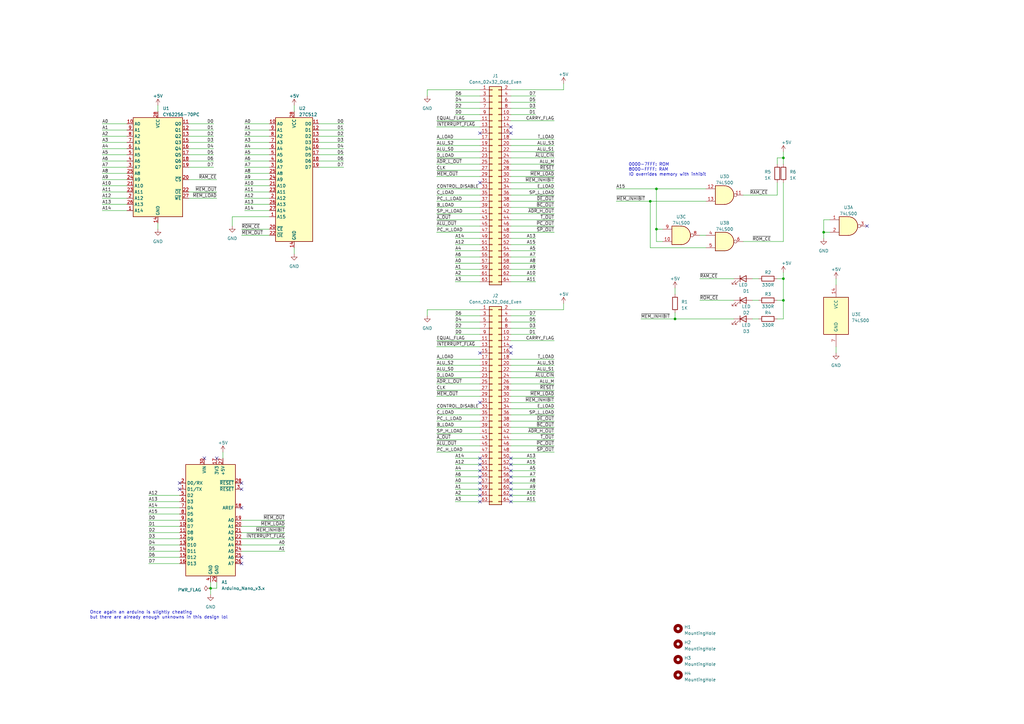
<source format=kicad_sch>
(kicad_sch (version 20230121) (generator eeschema)
  (paper "A3")
  (lib_symbols
    (symbol "74xx:74LS00" (pin_names (offset 1.016))
      (property "Reference" "U" (at 0 1.27 0))
      (property "Value" "74LS00" (at 0 -1.27 0))
      (symbol "74LS00_1_1"
        (pin input line (at -7.62 2.54 0) (length 3.81) (name "~") (number "1"))
        (pin input line (at -7.62 -2.54 0) (length 3.81) (name "~") (number "2"))
        (pin output inverted (at 7.62 0 180) (length 3.81) (name "~") (number "3"))
      )
      (symbol "74LS00_1_2"
        (pin input inverted (at -7.62 2.54 0) (length 4.318) (name "~") (number "1"))
        (pin input inverted (at -7.62 -2.54 0) (length 4.318) (name "~") (number "2"))
        (pin output line (at 7.62 0 180) (length 3.81) (name "~") (number "3"))
      )
      (symbol "74LS00_2_1"
        (pin input line (at -7.62 2.54 0) (length 3.81) (name "~") (number "4"))
        (pin input line (at -7.62 -2.54 0) (length 3.81) (name "~") (number "5"))
        (pin output inverted (at 7.62 0 180) (length 3.81) (name "~") (number "6"))
      )
      (symbol "74LS00_2_2"
        (pin input inverted (at -7.62 2.54 0) (length 4.318) (name "~") (number "4"))
        (pin input inverted (at -7.62 -2.54 0) (length 4.318) (name "~") (number "5"))
        (pin output line (at 7.62 0 180) (length 3.81) (name "~") (number "6"))
      )
      (symbol "74LS00_3_1"
        (pin input line (at -7.62 -2.54 0) (length 3.81) (name "~") (number "10"))
        (pin output inverted (at 7.62 0 180) (length 3.81) (name "~") (number "8"))
        (pin input line (at -7.62 2.54 0) (length 3.81) (name "~") (number "9"))
      )
      (symbol "74LS00_3_2"
        (pin input inverted (at -7.62 -2.54 0) (length 4.318) (name "~") (number "10"))
        (pin output line (at 7.62 0 180) (length 3.81) (name "~") (number "8"))
        (pin input inverted (at -7.62 2.54 0) (length 4.318) (name "~") (number "9"))
      )
      (symbol "74LS00_4_1"
        (pin output inverted (at 7.62 0 180) (length 3.81) (name "~") (number "11"))
        (pin input line (at -7.62 2.54 0) (length 3.81) (name "~") (number "12"))
        (pin input line (at -7.62 -2.54 0) (length 3.81) (name "~") (number "13"))
      )
      (symbol "74LS00_4_2"
        (pin output line (at 7.62 0 180) (length 3.81) (name "~") (number "11"))
        (pin input inverted (at -7.62 2.54 0) (length 4.318) (name "~") (number "12"))
        (pin input inverted (at -7.62 -2.54 0) (length 4.318) (name "~") (number "13"))
      )
      (symbol "74LS00_5_0"
        (pin power_in line (at 0 12.7 270) (length 5.08) (name "VCC") (number "14"))
        (pin power_in line (at 0 -12.7 90) (length 5.08) (name "GND") (number "7"))
      )
    )
    (symbol "Connector_Generic:Conn_02x32_Odd_Even" (pin_names (offset 1.016) hide)
      (property "Reference" "J" (at 1.27 40.64 0))
      (property "Value" "Conn_02x32_Odd_Even" (at 1.27 -43.18 0))
      (symbol "Conn_02x32_Odd_Even_1_1"
        (pin passive line (at -5.08 38.1 0) (length 3.81) (name "Pin_1") (number "1"))
        (pin passive line (at 7.62 27.94 180) (length 3.81) (name "Pin_10") (number "10"))
        (pin passive line (at -5.08 25.4 0) (length 3.81) (name "Pin_11") (number "11"))
        (pin passive line (at 7.62 25.4 180) (length 3.81) (name "Pin_12") (number "12"))
        (pin passive line (at -5.08 22.86 0) (length 3.81) (name "Pin_13") (number "13"))
        (pin passive line (at 7.62 22.86 180) (length 3.81) (name "Pin_14") (number "14"))
        (pin passive line (at -5.08 20.32 0) (length 3.81) (name "Pin_15") (number "15"))
        (pin passive line (at 7.62 20.32 180) (length 3.81) (name "Pin_16") (number "16"))
        (pin passive line (at -5.08 17.78 0) (length 3.81) (name "Pin_17") (number "17"))
        (pin passive line (at 7.62 17.78 180) (length 3.81) (name "Pin_18") (number "18"))
        (pin passive line (at -5.08 15.24 0) (length 3.81) (name "Pin_19") (number "19"))
        (pin passive line (at 7.62 38.1 180) (length 3.81) (name "Pin_2") (number "2"))
        (pin passive line (at 7.62 15.24 180) (length 3.81) (name "Pin_20") (number "20"))
        (pin passive line (at -5.08 12.7 0) (length 3.81) (name "Pin_21") (number "21"))
        (pin passive line (at 7.62 12.7 180) (length 3.81) (name "Pin_22") (number "22"))
        (pin passive line (at -5.08 10.16 0) (length 3.81) (name "Pin_23") (number "23"))
        (pin passive line (at 7.62 10.16 180) (length 3.81) (name "Pin_24") (number "24"))
        (pin passive line (at -5.08 7.62 0) (length 3.81) (name "Pin_25") (number "25"))
        (pin passive line (at 7.62 7.62 180) (length 3.81) (name "Pin_26") (number "26"))
        (pin passive line (at -5.08 5.08 0) (length 3.81) (name "Pin_27") (number "27"))
        (pin passive line (at 7.62 5.08 180) (length 3.81) (name "Pin_28") (number "28"))
        (pin passive line (at -5.08 2.54 0) (length 3.81) (name "Pin_29") (number "29"))
        (pin passive line (at -5.08 35.56 0) (length 3.81) (name "Pin_3") (number "3"))
        (pin passive line (at 7.62 2.54 180) (length 3.81) (name "Pin_30") (number "30"))
        (pin passive line (at -5.08 0 0) (length 3.81) (name "Pin_31") (number "31"))
        (pin passive line (at 7.62 0 180) (length 3.81) (name "Pin_32") (number "32"))
        (pin passive line (at -5.08 -2.54 0) (length 3.81) (name "Pin_33") (number "33"))
        (pin passive line (at 7.62 -2.54 180) (length 3.81) (name "Pin_34") (number "34"))
        (pin passive line (at -5.08 -5.08 0) (length 3.81) (name "Pin_35") (number "35"))
        (pin passive line (at 7.62 -5.08 180) (length 3.81) (name "Pin_36") (number "36"))
        (pin passive line (at -5.08 -7.62 0) (length 3.81) (name "Pin_37") (number "37"))
        (pin passive line (at 7.62 -7.62 180) (length 3.81) (name "Pin_38") (number "38"))
        (pin passive line (at -5.08 -10.16 0) (length 3.81) (name "Pin_39") (number "39"))
        (pin passive line (at 7.62 35.56 180) (length 3.81) (name "Pin_4") (number "4"))
        (pin passive line (at 7.62 -10.16 180) (length 3.81) (name "Pin_40") (number "40"))
        (pin passive line (at -5.08 -12.7 0) (length 3.81) (name "Pin_41") (number "41"))
        (pin passive line (at 7.62 -12.7 180) (length 3.81) (name "Pin_42") (number "42"))
        (pin passive line (at -5.08 -15.24 0) (length 3.81) (name "Pin_43") (number "43"))
        (pin passive line (at 7.62 -15.24 180) (length 3.81) (name "Pin_44") (number "44"))
        (pin passive line (at -5.08 -17.78 0) (length 3.81) (name "Pin_45") (number "45"))
        (pin passive line (at 7.62 -17.78 180) (length 3.81) (name "Pin_46") (number "46"))
        (pin passive line (at -5.08 -20.32 0) (length 3.81) (name "Pin_47") (number "47"))
        (pin passive line (at 7.62 -20.32 180) (length 3.81) (name "Pin_48") (number "48"))
        (pin passive line (at -5.08 -22.86 0) (length 3.81) (name "Pin_49") (number "49"))
        (pin passive line (at -5.08 33.02 0) (length 3.81) (name "Pin_5") (number "5"))
        (pin passive line (at 7.62 -22.86 180) (length 3.81) (name "Pin_50") (number "50"))
        (pin passive line (at -5.08 -25.4 0) (length 3.81) (name "Pin_51") (number "51"))
        (pin passive line (at 7.62 -25.4 180) (length 3.81) (name "Pin_52") (number "52"))
        (pin passive line (at -5.08 -27.94 0) (length 3.81) (name "Pin_53") (number "53"))
        (pin passive line (at 7.62 -27.94 180) (length 3.81) (name "Pin_54") (number "54"))
        (pin passive line (at -5.08 -30.48 0) (length 3.81) (name "Pin_55") (number "55"))
        (pin passive line (at 7.62 -30.48 180) (length 3.81) (name "Pin_56") (number "56"))
        (pin passive line (at -5.08 -33.02 0) (length 3.81) (name "Pin_57") (number "57"))
        (pin passive line (at 7.62 -33.02 180) (length 3.81) (name "Pin_58") (number "58"))
        (pin passive line (at -5.08 -35.56 0) (length 3.81) (name "Pin_59") (number "59"))
        (pin passive line (at 7.62 33.02 180) (length 3.81) (name "Pin_6") (number "6"))
        (pin passive line (at 7.62 -35.56 180) (length 3.81) (name "Pin_60") (number "60"))
        (pin passive line (at -5.08 -38.1 0) (length 3.81) (name "Pin_61") (number "61"))
        (pin passive line (at 7.62 -38.1 180) (length 3.81) (name "Pin_62") (number "62"))
        (pin passive line (at -5.08 -40.64 0) (length 3.81) (name "Pin_63") (number "63"))
        (pin passive line (at 7.62 -40.64 180) (length 3.81) (name "Pin_64") (number "64"))
        (pin passive line (at -5.08 30.48 0) (length 3.81) (name "Pin_7") (number "7"))
        (pin passive line (at 7.62 30.48 180) (length 3.81) (name "Pin_8") (number "8"))
        (pin passive line (at -5.08 27.94 0) (length 3.81) (name "Pin_9") (number "9"))
      )
    )
    (symbol "Device:LED" (pin_numbers hide) (pin_names (offset 1.016) hide)
      (property "Reference" "D" (at 0 2.54 0))
      (property "Value" "LED" (at 0 -2.54 0))
      (symbol "LED_1_1"
        (pin passive line (at -3.81 0 0) (length 2.54) (name "K") (number "1"))
        (pin passive line (at 3.81 0 180) (length 2.54) (name "A") (number "2"))
      )
    )
    (symbol "Device:R" (pin_numbers hide) (pin_names (offset 0))
      (property "Reference" "R" (at 2.032 0 90))
      (property "Value" "R" (at 0 0 90))
      (symbol "R_1_1"
        (pin passive line (at 0 3.81 270) (length 1.27) (name "~") (number "1"))
        (pin passive line (at 0 -3.81 90) (length 1.27) (name "~") (number "2"))
      )
    )
    (symbol "MCU_Module:Arduino_Nano_v3.x"
      (property "Reference" "A" (at -10.16 23.495 0))
      (property "Value" "Arduino_Nano_v3.x" (at 5.08 -24.13 0))
      (symbol "Arduino_Nano_v3.x_1_1"
        (pin bidirectional line (at -12.7 12.7 0) (length 2.54) (name "D1/TX") (number "1"))
        (pin bidirectional line (at -12.7 -2.54 0) (length 2.54) (name "D7") (number "10"))
        (pin bidirectional line (at -12.7 -5.08 0) (length 2.54) (name "D8") (number "11"))
        (pin bidirectional line (at -12.7 -7.62 0) (length 2.54) (name "D9") (number "12"))
        (pin bidirectional line (at -12.7 -10.16 0) (length 2.54) (name "D10") (number "13"))
        (pin bidirectional line (at -12.7 -12.7 0) (length 2.54) (name "D11") (number "14"))
        (pin bidirectional line (at -12.7 -15.24 0) (length 2.54) (name "D12") (number "15"))
        (pin bidirectional line (at -12.7 -17.78 0) (length 2.54) (name "D13") (number "16"))
        (pin power_out line (at 2.54 25.4 270) (length 2.54) (name "3V3") (number "17"))
        (pin input line (at 12.7 5.08 180) (length 2.54) (name "AREF") (number "18"))
        (pin bidirectional line (at 12.7 0 180) (length 2.54) (name "A0") (number "19"))
        (pin bidirectional line (at -12.7 15.24 0) (length 2.54) (name "D0/RX") (number "2"))
        (pin bidirectional line (at 12.7 -2.54 180) (length 2.54) (name "A1") (number "20"))
        (pin bidirectional line (at 12.7 -5.08 180) (length 2.54) (name "A2") (number "21"))
        (pin bidirectional line (at 12.7 -7.62 180) (length 2.54) (name "A3") (number "22"))
        (pin bidirectional line (at 12.7 -10.16 180) (length 2.54) (name "A4") (number "23"))
        (pin bidirectional line (at 12.7 -12.7 180) (length 2.54) (name "A5") (number "24"))
        (pin bidirectional line (at 12.7 -15.24 180) (length 2.54) (name "A6") (number "25"))
        (pin bidirectional line (at 12.7 -17.78 180) (length 2.54) (name "A7") (number "26"))
        (pin power_out line (at 5.08 25.4 270) (length 2.54) (name "+5V") (number "27"))
        (pin input line (at 12.7 15.24 180) (length 2.54) (name "~{RESET}") (number "28"))
        (pin power_in line (at 2.54 -25.4 90) (length 2.54) (name "GND") (number "29"))
        (pin input line (at 12.7 12.7 180) (length 2.54) (name "~{RESET}") (number "3"))
        (pin power_in line (at -2.54 25.4 270) (length 2.54) (name "VIN") (number "30"))
        (pin power_in line (at 0 -25.4 90) (length 2.54) (name "GND") (number "4"))
        (pin bidirectional line (at -12.7 10.16 0) (length 2.54) (name "D2") (number "5"))
        (pin bidirectional line (at -12.7 7.62 0) (length 2.54) (name "D3") (number "6"))
        (pin bidirectional line (at -12.7 5.08 0) (length 2.54) (name "D4") (number "7"))
        (pin bidirectional line (at -12.7 2.54 0) (length 2.54) (name "D5") (number "8"))
        (pin bidirectional line (at -12.7 0 0) (length 2.54) (name "D6") (number "9"))
      )
    )
    (symbol "Mechanical:MountingHole" (pin_names (offset 1.016))
      (property "Reference" "H" (at 0 5.08 0))
      (property "Value" "MountingHole" (at 0 3.175 0))
    )
    (symbol "Memory_EPROM:27C512"
      (property "Reference" "U" (at -7.62 26.67 0))
      (property "Value" "27C512" (at 2.54 -26.67 0))
      (symbol "27C512_1_1"
        (pin input line (at -10.16 -15.24 0) (length 2.54) (name "A15") (number "1"))
        (pin input line (at -10.16 22.86 0) (length 2.54) (name "A0") (number "10"))
        (pin tri_state line (at 10.16 22.86 180) (length 2.54) (name "D0") (number "11"))
        (pin tri_state line (at 10.16 20.32 180) (length 2.54) (name "D1") (number "12"))
        (pin tri_state line (at 10.16 17.78 180) (length 2.54) (name "D2") (number "13"))
        (pin power_in line (at 0 -27.94 90) (length 2.54) (name "GND") (number "14"))
        (pin tri_state line (at 10.16 15.24 180) (length 2.54) (name "D3") (number "15"))
        (pin tri_state line (at 10.16 12.7 180) (length 2.54) (name "D4") (number "16"))
        (pin tri_state line (at 10.16 10.16 180) (length 2.54) (name "D5") (number "17"))
        (pin tri_state line (at 10.16 7.62 180) (length 2.54) (name "D6") (number "18"))
        (pin tri_state line (at 10.16 5.08 180) (length 2.54) (name "D7") (number "19"))
        (pin input line (at -10.16 -7.62 0) (length 2.54) (name "A12") (number "2"))
        (pin input line (at -10.16 -20.32 0) (length 2.54) (name "~{CE}") (number "20"))
        (pin input line (at -10.16 -2.54 0) (length 2.54) (name "A10") (number "21"))
        (pin input line (at -10.16 -22.86 0) (length 2.54) (name "~{OE}") (number "22"))
        (pin input line (at -10.16 -5.08 0) (length 2.54) (name "A11") (number "23"))
        (pin input line (at -10.16 0 0) (length 2.54) (name "A9") (number "24"))
        (pin input line (at -10.16 2.54 0) (length 2.54) (name "A8") (number "25"))
        (pin input line (at -10.16 -10.16 0) (length 2.54) (name "A13") (number "26"))
        (pin input line (at -10.16 -12.7 0) (length 2.54) (name "A14") (number "27"))
        (pin power_in line (at 0 27.94 270) (length 2.54) (name "VCC") (number "28"))
        (pin input line (at -10.16 5.08 0) (length 2.54) (name "A7") (number "3"))
        (pin input line (at -10.16 7.62 0) (length 2.54) (name "A6") (number "4"))
        (pin input line (at -10.16 10.16 0) (length 2.54) (name "A5") (number "5"))
        (pin input line (at -10.16 12.7 0) (length 2.54) (name "A4") (number "6"))
        (pin input line (at -10.16 15.24 0) (length 2.54) (name "A3") (number "7"))
        (pin input line (at -10.16 17.78 0) (length 2.54) (name "A2") (number "8"))
        (pin input line (at -10.16 20.32 0) (length 2.54) (name "A1") (number "9"))
      )
    )
    (symbol "Memory_RAM:CY62256-70PC"
      (property "Reference" "U" (at -10.16 20.955 0))
      (property "Value" "CY62256-70PC" (at 2.54 20.955 0))
      (symbol "CY62256-70PC_0_0"
        (pin power_in line (at 0 -22.86 90) (length 2.54) (name "GND") (number "14"))
        (pin power_in line (at 0 22.86 270) (length 2.54) (name "VCC") (number "28"))
      )
      (symbol "CY62256-70PC_1_1"
        (pin input line (at -12.7 -17.78 0) (length 2.54) (name "A14") (number "1"))
        (pin input line (at -12.7 17.78 0) (length 2.54) (name "A0") (number "10"))
        (pin tri_state line (at 12.7 17.78 180) (length 2.54) (name "Q0") (number "11"))
        (pin tri_state line (at 12.7 15.24 180) (length 2.54) (name "Q1") (number "12"))
        (pin tri_state line (at 12.7 12.7 180) (length 2.54) (name "Q2") (number "13"))
        (pin tri_state line (at 12.7 10.16 180) (length 2.54) (name "Q3") (number "15"))
        (pin tri_state line (at 12.7 7.62 180) (length 2.54) (name "Q4") (number "16"))
        (pin tri_state line (at 12.7 5.08 180) (length 2.54) (name "Q5") (number "17"))
        (pin tri_state line (at 12.7 2.54 180) (length 2.54) (name "Q6") (number "18"))
        (pin tri_state line (at 12.7 0 180) (length 2.54) (name "Q7") (number "19"))
        (pin input line (at -12.7 -12.7 0) (length 2.54) (name "A12") (number "2"))
        (pin input line (at 12.7 -5.08 180) (length 2.54) (name "~{CS}") (number "20"))
        (pin input line (at -12.7 -7.62 0) (length 2.54) (name "A10") (number "21"))
        (pin input line (at 12.7 -10.16 180) (length 2.54) (name "~{OE}") (number "22"))
        (pin input line (at -12.7 -10.16 0) (length 2.54) (name "A11") (number "23"))
        (pin input line (at -12.7 -5.08 0) (length 2.54) (name "A9") (number "24"))
        (pin input line (at -12.7 -2.54 0) (length 2.54) (name "A8") (number "25"))
        (pin input line (at -12.7 -15.24 0) (length 2.54) (name "A13") (number "26"))
        (pin input line (at 12.7 -12.7 180) (length 2.54) (name "~{WE}") (number "27"))
        (pin input line (at -12.7 0 0) (length 2.54) (name "A7") (number "3"))
        (pin input line (at -12.7 2.54 0) (length 2.54) (name "A6") (number "4"))
        (pin input line (at -12.7 5.08 0) (length 2.54) (name "A5") (number "5"))
        (pin input line (at -12.7 7.62 0) (length 2.54) (name "A4") (number "6"))
        (pin input line (at -12.7 10.16 0) (length 2.54) (name "A3") (number "7"))
        (pin input line (at -12.7 12.7 0) (length 2.54) (name "A2") (number "8"))
        (pin input line (at -12.7 15.24 0) (length 2.54) (name "A1") (number "9"))
      )
    )
    (symbol "power:+5V" (power) (pin_names (offset 0))
      (property "Value" "+5V" (at 0 3.556 0))
      (symbol "+5V_1_1"
        (pin power_in line (at 0 0 90) (length 0) hide (name "+5V") (number "1"))
      )
    )
    (symbol "power:GND" (power) (pin_names (offset 0))
      (property "Value" "GND" (at 0 -3.81 0))
      (symbol "GND_1_1"
        (pin power_in line (at 0 0 270) (length 0) hide (name "GND") (number "1"))
      )
    )
    (symbol "power:PWR_FLAG" (power) (pin_numbers hide) (pin_names (offset 0) hide)
      (property "Value" "PWR_FLAG" (at 0 3.81 0))
      (symbol "PWR_FLAG_0_0"
        (pin power_out line (at 0 0 90) (length 0) (name "pwr") (number "1"))
      )
    )
  )
  (junction (at 321.31 64.77))
  (junction (at 276.86 130.81))
  (junction (at 269.24 93.98))
  (junction (at 321.31 123.19))
  (junction (at 269.24 77.47))
  (junction (at 266.7 82.55))
  (junction (at 337.82 95.25))
  (junction (at 321.31 114.3))
  (junction (at 86.36 241.3))
  (no_connect (at 196.85 203.2))
  (no_connect (at 196.85 200.66))
  (no_connect (at 196.85 144.78))
  (no_connect (at 88.9 187.96))
  (no_connect (at 209.55 205.74))
  (no_connect (at 99.06 200.66))
  (no_connect (at 209.55 200.66))
  (no_connect (at 209.55 203.2))
  (no_connect (at 99.06 228.6))
  (no_connect (at 73.66 198.12))
  (no_connect (at 99.06 231.14))
  (no_connect (at 209.55 193.04))
  (no_connect (at 99.06 208.28))
  (no_connect (at 209.55 198.12))
  (no_connect (at 196.85 198.12))
  (no_connect (at 196.85 187.96))
  (no_connect (at 99.06 198.12))
  (no_connect (at 209.55 54.61))
  (no_connect (at 196.85 54.61))
  (no_connect (at 83.82 187.96))
  (no_connect (at 209.55 52.07))
  (no_connect (at 196.85 190.5))
  (no_connect (at 209.55 190.5))
  (no_connect (at 196.85 193.04))
  (no_connect (at 355.6 92.71))
  (no_connect (at 209.55 187.96))
  (no_connect (at 209.55 142.24))
  (no_connect (at 196.85 195.58))
  (no_connect (at 196.85 74.93))
  (no_connect (at 209.55 195.58))
  (no_connect (at 196.85 205.74))
  (no_connect (at 73.66 200.66))
  (no_connect (at 209.55 144.78))
  (no_connect (at 196.85 165.1))
  (wire (pts (xy 209.55 80.01) (xy 227.33 80.01)))
  (wire (pts (xy 287.02 96.52) (xy 289.56 96.52)))
  (wire (pts (xy 209.55 95.25) (xy 227.33 95.25)))
  (wire (pts (xy 209.55 59.69) (xy 227.33 59.69)))
  (wire (pts (xy 77.47 50.8) (xy 87.63 50.8)))
  (wire (pts (xy 41.91 55.88) (xy 52.07 55.88)))
  (wire (pts (xy 209.55 49.53) (xy 227.33 49.53)))
  (wire (pts (xy 196.85 110.49) (xy 186.69 110.49)))
  (wire (pts (xy 252.73 77.47) (xy 269.24 77.47)))
  (wire (pts (xy 186.69 198.12) (xy 196.85 198.12)))
  (wire (pts (xy 209.55 162.56) (xy 227.33 162.56)))
  (wire (pts (xy 179.07 80.01) (xy 196.85 80.01)))
  (wire (pts (xy 304.8 80.01) (xy 318.77 80.01)))
  (wire (pts (xy 179.07 157.48) (xy 196.85 157.48)))
  (wire (pts (xy 41.91 76.2) (xy 52.07 76.2)))
  (wire (pts (xy 209.55 102.87) (xy 219.71 102.87)))
  (wire (pts (xy 209.55 185.42) (xy 227.33 185.42)))
  (wire (pts (xy 196.85 137.16) (xy 186.69 137.16)))
  (wire (pts (xy 209.55 193.04) (xy 219.71 193.04)))
  (wire (pts (xy 73.66 205.74) (xy 60.96 205.74)))
  (wire (pts (xy 209.55 62.23) (xy 227.33 62.23)))
  (wire (pts (xy 73.66 228.6) (xy 60.96 228.6)))
  (wire (pts (xy 100.33 68.58) (xy 110.49 68.58)))
  (wire (pts (xy 209.55 182.88) (xy 227.33 182.88)))
  (wire (pts (xy 130.81 68.58) (xy 140.97 68.58)))
  (wire (pts (xy 271.78 99.06) (xy 269.24 99.06)))
  (wire (pts (xy 179.07 64.77) (xy 196.85 64.77)))
  (wire (pts (xy 179.07 69.85) (xy 196.85 69.85)))
  (wire (pts (xy 77.47 58.42) (xy 87.63 58.42)))
  (wire (pts (xy 116.84 215.9) (xy 99.06 215.9)))
  (wire (pts (xy 209.55 67.31) (xy 227.33 67.31)))
  (wire (pts (xy 77.47 73.66) (xy 88.9 73.66)))
  (wire (pts (xy 196.85 44.45) (xy 186.69 44.45)))
  (wire (pts (xy 100.33 78.74) (xy 110.49 78.74)))
  (wire (pts (xy 179.07 85.09) (xy 196.85 85.09)))
  (wire (pts (xy 196.85 46.99) (xy 186.69 46.99)))
  (wire (pts (xy 99.06 96.52) (xy 110.49 96.52)))
  (wire (pts (xy 130.81 55.88) (xy 140.97 55.88)))
  (wire (pts (xy 318.77 74.93) (xy 318.77 80.01)))
  (wire (pts (xy 219.71 41.91) (xy 209.55 41.91)))
  (wire (pts (xy 209.55 147.32) (xy 227.33 147.32)))
  (wire (pts (xy 209.55 152.4) (xy 227.33 152.4)))
  (wire (pts (xy 276.86 130.81) (xy 276.86 128.27)))
  (wire (pts (xy 73.66 218.44) (xy 60.96 218.44)))
  (wire (pts (xy 342.9 114.3) (xy 342.9 116.84)))
  (wire (pts (xy 321.31 111.76) (xy 321.31 114.3)))
  (wire (pts (xy 179.07 57.15) (xy 196.85 57.15)))
  (wire (pts (xy 209.55 97.79) (xy 219.71 97.79)))
  (wire (pts (xy 262.89 130.81) (xy 276.86 130.81)))
  (wire (pts (xy 287.02 123.19) (xy 300.99 123.19)))
  (wire (pts (xy 60.96 231.14) (xy 73.66 231.14)))
  (wire (pts (xy 209.55 113.03) (xy 219.71 113.03)))
  (wire (pts (xy 52.07 53.34) (xy 41.91 53.34)))
  (wire (pts (xy 175.26 127) (xy 196.85 127)))
  (wire (pts (xy 41.91 50.8) (xy 52.07 50.8)))
  (wire (pts (xy 100.33 60.96) (xy 110.49 60.96)))
  (wire (pts (xy 227.33 90.17) (xy 209.55 90.17)))
  (wire (pts (xy 100.33 73.66) (xy 110.49 73.66)))
  (wire (pts (xy 99.06 93.98) (xy 110.49 93.98)))
  (wire (pts (xy 179.07 185.42) (xy 196.85 185.42)))
  (wire (pts (xy 321.31 64.77) (xy 321.31 67.31)))
  (wire (pts (xy 64.77 43.18) (xy 64.77 45.72)))
  (wire (pts (xy 209.55 170.18) (xy 227.33 170.18)))
  (wire (pts (xy 318.77 64.77) (xy 318.77 67.31)))
  (wire (pts (xy 209.55 154.94) (xy 227.33 154.94)))
  (wire (pts (xy 77.47 68.58) (xy 87.63 68.58)))
  (wire (pts (xy 209.55 172.72) (xy 227.33 172.72)))
  (wire (pts (xy 266.7 82.55) (xy 266.7 101.6)))
  (wire (pts (xy 130.81 53.34) (xy 140.97 53.34)))
  (wire (pts (xy 86.36 241.3) (xy 86.36 243.84)))
  (wire (pts (xy 186.69 187.96) (xy 196.85 187.96)))
  (wire (pts (xy 99.06 223.52) (xy 116.84 223.52)))
  (wire (pts (xy 110.49 53.34) (xy 100.33 53.34)))
  (wire (pts (xy 186.69 113.03) (xy 196.85 113.03)))
  (wire (pts (xy 231.14 34.29) (xy 231.14 36.83)))
  (wire (pts (xy 269.24 93.98) (xy 271.78 93.98)))
  (wire (pts (xy 321.31 74.93) (xy 321.31 99.06)))
  (wire (pts (xy 321.31 123.19) (xy 321.31 130.81)))
  (wire (pts (xy 179.07 59.69) (xy 196.85 59.69)))
  (wire (pts (xy 60.96 226.06) (xy 73.66 226.06)))
  (wire (pts (xy 100.33 81.28) (xy 110.49 81.28)))
  (wire (pts (xy 60.96 203.2) (xy 73.66 203.2)))
  (wire (pts (xy 196.85 115.57) (xy 186.69 115.57)))
  (wire (pts (xy 209.55 177.8) (xy 227.33 177.8)))
  (wire (pts (xy 209.55 82.55) (xy 227.33 82.55)))
  (wire (pts (xy 179.07 175.26) (xy 196.85 175.26)))
  (wire (pts (xy 196.85 132.08) (xy 186.69 132.08)))
  (wire (pts (xy 41.91 68.58) (xy 52.07 68.58)))
  (wire (pts (xy 77.47 63.5) (xy 87.63 63.5)))
  (wire (pts (xy 99.06 226.06) (xy 116.84 226.06)))
  (wire (pts (xy 209.55 165.1) (xy 227.33 165.1)))
  (wire (pts (xy 91.44 185.42) (xy 91.44 187.96)))
  (wire (pts (xy 186.69 107.95) (xy 196.85 107.95)))
  (wire (pts (xy 41.91 86.36) (xy 52.07 86.36)))
  (wire (pts (xy 77.47 66.04) (xy 87.63 66.04)))
  (wire (pts (xy 60.96 220.98) (xy 73.66 220.98)))
  (wire (pts (xy 60.96 215.9) (xy 73.66 215.9)))
  (wire (pts (xy 209.55 77.47) (xy 227.33 77.47)))
  (wire (pts (xy 196.85 200.66) (xy 186.69 200.66)))
  (wire (pts (xy 276.86 130.81) (xy 300.99 130.81)))
  (wire (pts (xy 321.31 64.77) (xy 318.77 64.77)))
  (wire (pts (xy 73.66 223.52) (xy 60.96 223.52)))
  (wire (pts (xy 269.24 77.47) (xy 289.56 77.47)))
  (wire (pts (xy 179.07 177.8) (xy 196.85 177.8)))
  (wire (pts (xy 100.33 63.5) (xy 110.49 63.5)))
  (wire (pts (xy 179.07 95.25) (xy 196.85 95.25)))
  (wire (pts (xy 179.07 180.34) (xy 196.85 180.34)))
  (wire (pts (xy 252.73 82.55) (xy 266.7 82.55)))
  (wire (pts (xy 95.25 88.9) (xy 110.49 88.9)))
  (wire (pts (xy 116.84 213.36) (xy 99.06 213.36)))
  (wire (pts (xy 266.7 82.55) (xy 289.56 82.55)))
  (wire (pts (xy 73.66 213.36) (xy 60.96 213.36)))
  (wire (pts (xy 209.55 92.71) (xy 227.33 92.71)))
  (wire (pts (xy 209.55 85.09) (xy 227.33 85.09)))
  (wire (pts (xy 337.82 95.25) (xy 340.36 95.25)))
  (wire (pts (xy 179.07 142.24) (xy 196.85 142.24)))
  (wire (pts (xy 130.81 50.8) (xy 140.97 50.8)))
  (wire (pts (xy 186.69 97.79) (xy 196.85 97.79)))
  (wire (pts (xy 219.71 44.45) (xy 209.55 44.45)))
  (wire (pts (xy 41.91 63.5) (xy 52.07 63.5)))
  (wire (pts (xy 219.71 132.08) (xy 209.55 132.08)))
  (wire (pts (xy 179.07 172.72) (xy 196.85 172.72)))
  (wire (pts (xy 179.07 62.23) (xy 196.85 62.23)))
  (wire (pts (xy 342.9 142.24) (xy 342.9 144.78)))
  (wire (pts (xy 179.07 87.63) (xy 196.85 87.63)))
  (wire (pts (xy 308.61 123.19) (xy 311.15 123.19)))
  (wire (pts (xy 186.69 203.2) (xy 196.85 203.2)))
  (wire (pts (xy 179.07 160.02) (xy 196.85 160.02)))
  (wire (pts (xy 120.65 43.18) (xy 120.65 45.72)))
  (wire (pts (xy 179.07 170.18) (xy 196.85 170.18)))
  (wire (pts (xy 337.82 90.17) (xy 337.82 95.25)))
  (wire (pts (xy 227.33 180.34) (xy 209.55 180.34)))
  (wire (pts (xy 179.07 90.17) (xy 196.85 90.17)))
  (wire (pts (xy 179.07 154.94) (xy 196.85 154.94)))
  (wire (pts (xy 77.47 60.96) (xy 87.63 60.96)))
  (wire (pts (xy 340.36 90.17) (xy 337.82 90.17)))
  (wire (pts (xy 196.85 41.91) (xy 186.69 41.91)))
  (wire (pts (xy 196.85 167.64) (xy 179.07 167.64)))
  (wire (pts (xy 77.47 55.88) (xy 87.63 55.88)))
  (wire (pts (xy 130.81 58.42) (xy 140.97 58.42)))
  (wire (pts (xy 175.26 36.83) (xy 196.85 36.83)))
  (wire (pts (xy 100.33 66.04) (xy 110.49 66.04)))
  (wire (pts (xy 321.31 114.3) (xy 318.77 114.3)))
  (wire (pts (xy 337.82 95.25) (xy 337.82 97.79)))
  (wire (pts (xy 196.85 39.37) (xy 186.69 39.37)))
  (wire (pts (xy 219.71 129.54) (xy 209.55 129.54)))
  (wire (pts (xy 209.55 157.48) (xy 227.33 157.48)))
  (wire (pts (xy 179.07 149.86) (xy 196.85 149.86)))
  (wire (pts (xy 120.65 101.6) (xy 120.65 104.14)))
  (wire (pts (xy 41.91 60.96) (xy 52.07 60.96)))
  (wire (pts (xy 219.71 39.37) (xy 209.55 39.37)))
  (wire (pts (xy 209.55 105.41) (xy 219.71 105.41)))
  (wire (pts (xy 110.49 58.42) (xy 100.33 58.42)))
  (wire (pts (xy 179.07 49.53) (xy 196.85 49.53)))
  (wire (pts (xy 209.55 69.85) (xy 227.33 69.85)))
  (wire (pts (xy 321.31 114.3) (xy 321.31 123.19)))
  (wire (pts (xy 95.25 88.9) (xy 95.25 92.71)))
  (wire (pts (xy 179.07 139.7) (xy 196.85 139.7)))
  (wire (pts (xy 100.33 76.2) (xy 110.49 76.2)))
  (wire (pts (xy 41.91 66.04) (xy 52.07 66.04)))
  (wire (pts (xy 209.55 195.58) (xy 219.71 195.58)))
  (wire (pts (xy 219.71 134.62) (xy 209.55 134.62)))
  (wire (pts (xy 209.55 175.26) (xy 227.33 175.26)))
  (wire (pts (xy 52.07 58.42) (xy 41.91 58.42)))
  (wire (pts (xy 209.55 57.15) (xy 227.33 57.15)))
  (wire (pts (xy 209.55 107.95) (xy 219.71 107.95)))
  (wire (pts (xy 41.91 78.74) (xy 52.07 78.74)))
  (wire (pts (xy 99.06 218.44) (xy 116.84 218.44)))
  (wire (pts (xy 100.33 55.88) (xy 110.49 55.88)))
  (wire (pts (xy 209.55 139.7) (xy 227.33 139.7)))
  (wire (pts (xy 209.55 200.66) (xy 219.71 200.66)))
  (wire (pts (xy 179.07 72.39) (xy 196.85 72.39)))
  (wire (pts (xy 209.55 87.63) (xy 227.33 87.63)))
  (wire (pts (xy 41.91 81.28) (xy 52.07 81.28)))
  (wire (pts (xy 179.07 152.4) (xy 196.85 152.4)))
  (wire (pts (xy 209.55 167.64) (xy 227.33 167.64)))
  (wire (pts (xy 179.07 82.55) (xy 196.85 82.55)))
  (wire (pts (xy 179.07 92.71) (xy 196.85 92.71)))
  (wire (pts (xy 269.24 99.06) (xy 269.24 93.98)))
  (wire (pts (xy 209.55 205.74) (xy 219.71 205.74)))
  (wire (pts (xy 179.07 52.07) (xy 196.85 52.07)))
  (wire (pts (xy 321.31 130.81) (xy 318.77 130.81)))
  (wire (pts (xy 186.69 195.58) (xy 196.85 195.58)))
  (wire (pts (xy 64.77 91.44) (xy 64.77 93.98)))
  (wire (pts (xy 86.36 238.76) (xy 86.36 241.3)))
  (wire (pts (xy 100.33 83.82) (xy 110.49 83.82)))
  (wire (pts (xy 186.69 193.04) (xy 196.85 193.04)))
  (wire (pts (xy 77.47 78.74) (xy 88.9 78.74)))
  (wire (pts (xy 209.55 149.86) (xy 227.33 149.86)))
  (wire (pts (xy 209.55 160.02) (xy 227.33 160.02)))
  (wire (pts (xy 88.9 241.3) (xy 88.9 238.76)))
  (wire (pts (xy 41.91 73.66) (xy 52.07 73.66)))
  (wire (pts (xy 73.66 208.28) (xy 60.96 208.28)))
  (wire (pts (xy 130.81 63.5) (xy 140.97 63.5)))
  (wire (pts (xy 266.7 101.6) (xy 289.56 101.6)))
  (wire (pts (xy 209.55 127) (xy 231.14 127)))
  (wire (pts (xy 186.69 190.5) (xy 196.85 190.5)))
  (wire (pts (xy 175.26 127) (xy 175.26 129.54)))
  (wire (pts (xy 219.71 46.99) (xy 209.55 46.99)))
  (wire (pts (xy 321.31 123.19) (xy 318.77 123.19)))
  (wire (pts (xy 209.55 36.83) (xy 231.14 36.83)))
  (wire (pts (xy 209.55 115.57) (xy 219.71 115.57)))
  (wire (pts (xy 196.85 77.47) (xy 179.07 77.47)))
  (wire (pts (xy 100.33 50.8) (xy 110.49 50.8)))
  (wire (pts (xy 209.55 203.2) (xy 219.71 203.2)))
  (wire (pts (xy 99.06 220.98) (xy 116.84 220.98)))
  (wire (pts (xy 209.55 72.39) (xy 227.33 72.39)))
  (wire (pts (xy 196.85 205.74) (xy 186.69 205.74)))
  (wire (pts (xy 321.31 62.23) (xy 321.31 64.77)))
  (wire (pts (xy 209.55 198.12) (xy 219.71 198.12)))
  (wire (pts (xy 179.07 67.31) (xy 196.85 67.31)))
  (wire (pts (xy 269.24 77.47) (xy 269.24 93.98)))
  (wire (pts (xy 73.66 210.82) (xy 60.96 210.82)))
  (wire (pts (xy 186.69 105.41) (xy 196.85 105.41)))
  (wire (pts (xy 196.85 134.62) (xy 186.69 134.62)))
  (wire (pts (xy 179.07 182.88) (xy 196.85 182.88)))
  (wire (pts (xy 308.61 114.3) (xy 311.15 114.3)))
  (wire (pts (xy 209.55 190.5) (xy 219.71 190.5)))
  (wire (pts (xy 219.71 137.16) (xy 209.55 137.16)))
  (wire (pts (xy 41.91 71.12) (xy 52.07 71.12)))
  (wire (pts (xy 175.26 36.83) (xy 175.26 39.37)))
  (wire (pts (xy 308.61 130.81) (xy 311.15 130.81)))
  (wire (pts (xy 209.55 64.77) (xy 227.33 64.77)))
  (wire (pts (xy 287.02 114.3) (xy 300.99 114.3)))
  (wire (pts (xy 100.33 86.36) (xy 110.49 86.36)))
  (wire (pts (xy 41.91 83.82) (xy 52.07 83.82)))
  (wire (pts (xy 209.55 187.96) (xy 219.71 187.96)))
  (wire (pts (xy 77.47 53.34) (xy 87.63 53.34)))
  (wire (pts (xy 304.8 99.06) (xy 321.31 99.06)))
  (wire (pts (xy 100.33 71.12) (xy 110.49 71.12)))
  (wire (pts (xy 231.14 124.46) (xy 231.14 127)))
  (wire (pts (xy 186.69 100.33) (xy 196.85 100.33)))
  (wire (pts (xy 179.07 147.32) (xy 196.85 147.32)))
  (wire (pts (xy 179.07 162.56) (xy 196.85 162.56)))
  (wire (pts (xy 209.55 110.49) (xy 219.71 110.49)))
  (wire (pts (xy 209.55 100.33) (xy 219.71 100.33)))
  (wire (pts (xy 209.55 74.93) (xy 227.33 74.93)))
  (wire (pts (xy 130.81 66.04) (xy 140.97 66.04)))
  (wire (pts (xy 130.81 60.96) (xy 140.97 60.96)))
  (wire (pts (xy 276.86 118.11) (xy 276.86 120.65)))
  (wire (pts (xy 186.69 102.87) (xy 196.85 102.87)))
  (wire (pts (xy 77.47 81.28) (xy 88.9 81.28)))
  (wire (pts (xy 86.36 241.3) (xy 88.9 241.3)))
  (wire (pts (xy 196.85 129.54) (xy 186.69 129.54)))
  (text "0000-7FFF: ROM\n8000-FFFF: RAM\nIO overrides memory with inhibit" (at 257.81 72.39 0) (effects (font (size 1.27 1.27)) (justify left bottom)))
  (text "Once again an arduino is slightly cheating\nbut there are already enough unknowns in this design lol" (at 36.83 254 0) (effects (font (size 1.27 1.27)) (justify left bottom)))
  (label "~{ADR_L_OUT}" (at 179.07 157.48 0))
  (label "~{DE_OUT}" (at 227.33 172.72 180))
  (label "A12" (at 186.69 190.5 0))
  (label "EQUAL_FLAG" (at 179.07 49.53 0))
  (label "A4" (at 41.91 60.96 0))
  (label "D1" (at 219.71 46.99 180))
  (label "D4" (at 186.69 132.08 0))
  (label "D6" (at 140.97 66.04 180))
  (label "A4" (at 186.69 193.04 0))
  (label "D0" (at 87.63 50.8 180))
  (label "D7" (at 87.63 68.58 180))
  (label "EQUAL_FLAG" (at 179.07 139.7 0))
  (label "D6" (at 186.69 129.54 0))
  (label "A1" (at 186.69 200.66 0))
  (label "A7" (at 219.71 105.41 180))
  (label "A14" (at 100.33 86.36 0))
  (label "ALU_S3" (at 227.33 149.86 180))
  (label "E_LOAD" (at 227.33 167.64 180))
  (label "A9" (at 219.71 200.66 180))
  (label "SP_H_LOAD" (at 179.07 87.63 0))
  (label "A0" (at 41.91 50.8 0))
  (label "A1" (at 186.69 110.49 0))
  (label "~{PC_OUT}" (at 227.33 182.88 180))
  (label "CLK" (at 179.07 160.02 0))
  (label "T_LOAD" (at 227.33 147.32 180))
  (label "A10" (at 100.33 76.2 0))
  (label "D6" (at 87.63 66.04 180))
  (label "A4" (at 100.33 60.96 0))
  (label "CLK" (at 179.07 69.85 0))
  (label "~{ADR_H_OUT}" (at 227.33 177.8 180))
  (label "A2" (at 186.69 113.03 0))
  (label "A3" (at 100.33 58.42 0))
  (label "A13" (at 219.71 97.79 180))
  (label "D0" (at 186.69 46.99 0))
  (label "D5" (at 87.63 63.5 180))
  (label "A10" (at 41.91 76.2 0))
  (label "T_LOAD" (at 227.33 57.15 180))
  (label "D5" (at 140.97 63.5 180))
  (label "~{RAM_CE}" (at 314.96 80.01 180))
  (label "A2" (at 100.33 55.88 0))
  (label "A8" (at 219.71 107.95 180))
  (label "A15" (at 219.71 190.5 180))
  (label "D2" (at 60.96 218.44 0))
  (label "~{RAM_CE}" (at 88.9 73.66 180))
  (label "~{MEM_LOAD}" (at 116.84 215.9 180))
  (label "~{MEM_INHIBIT}" (at 252.73 82.55 0))
  (label "A2" (at 186.69 203.2 0))
  (label "A5" (at 219.71 193.04 180))
  (label "A1" (at 116.84 226.06 180))
  (label "A13" (at 219.71 187.96 180))
  (label "D7" (at 60.96 231.14 0))
  (label "A5" (at 219.71 102.87 180))
  (label "CARRY_FLAG" (at 227.33 49.53 180))
  (label "~{SP_OUT}" (at 227.33 95.25 180))
  (label "A11" (at 41.91 78.74 0))
  (label "~{ALU_CIN}" (at 227.33 64.77 180))
  (label "A0" (at 186.69 198.12 0))
  (label "~{MEM_INHIBIT}" (at 227.33 165.1 180))
  (label "~{ADR_L_OUT}" (at 179.07 67.31 0))
  (label "~{T_OUT}" (at 227.33 90.17 180))
  (label "A10" (at 219.71 113.03 180))
  (label "D3" (at 219.71 44.45 180))
  (label "~{INTERRUPT_FLAG}" (at 179.07 142.24 0))
  (label "A6" (at 41.91 66.04 0))
  (label "~{INTERRUPT_FLAG}" (at 116.84 220.98 180))
  (label "~{A_OUT}" (at 179.07 90.17 0))
  (label "A2" (at 41.91 55.88 0))
  (label "D1" (at 140.97 53.34 180))
  (label "~{BC_OUT}" (at 227.33 175.26 180))
  (label "D7" (at 219.71 129.54 180))
  (label "A3" (at 186.69 115.57 0))
  (label "C_LOAD" (at 179.07 170.18 0))
  (label "D7" (at 140.97 68.58 180))
  (label "~{PC_OUT}" (at 227.33 92.71 180))
  (label "D_LOAD" (at 179.07 64.77 0))
  (label "A12" (at 100.33 81.28 0))
  (label "SP_L_LOAD" (at 227.33 170.18 180))
  (label "B_LOAD" (at 179.07 175.26 0))
  (label "A1" (at 100.33 53.34 0))
  (label "A8" (at 219.71 198.12 180))
  (label "~{INTERRUPT_FLAG}" (at 179.07 52.07 0))
  (label "~{BC_OUT}" (at 227.33 85.09 180))
  (label "A6" (at 186.69 105.41 0))
  (label "D4" (at 140.97 60.96 180))
  (label "D5" (at 219.71 132.08 180))
  (label "~{MEM_INHIBIT}" (at 116.84 218.44 180))
  (label "ALU_S0" (at 179.07 152.4 0))
  (label "D3" (at 60.96 220.98 0))
  (label "D1" (at 60.96 215.9 0))
  (label "D1" (at 219.71 137.16 180))
  (label "A10" (at 219.71 203.2 180))
  (label "A7" (at 41.91 68.58 0))
  (label "PC_L_LOAD" (at 179.07 172.72 0))
  (label "~{MEM_LOAD}" (at 227.33 162.56 180))
  (label "~{ROM_CE}" (at 99.06 93.98 0))
  (label "D0" (at 186.69 137.16 0))
  (label "A15" (at 219.71 100.33 180))
  (label "D1" (at 87.63 53.34 180))
  (label "ALU_S2" (at 179.07 149.86 0))
  (label "A3" (at 41.91 58.42 0))
  (label "CONTROL_DISABLE" (at 179.07 77.47 0))
  (label "A0" (at 116.84 223.52 180))
  (label "D7" (at 219.71 39.37 180))
  (label "ALU_S3" (at 227.33 59.69 180))
  (label "A12" (at 41.91 81.28 0))
  (label "ALU_S0" (at 179.07 62.23 0))
  (label "A13" (at 60.96 205.74 0))
  (label "~{RESET}" (at 227.33 69.85 180))
  (label "D2" (at 87.63 55.88 180))
  (label "A14" (at 60.96 208.28 0))
  (label "A14" (at 186.69 97.79 0))
  (label "D6" (at 60.96 228.6 0))
  (label "A5" (at 100.33 63.5 0))
  (label "A15" (at 60.96 210.82 0))
  (label "~{ROM_CE}" (at 316.23 99.06 180))
  (label "A8" (at 100.33 71.12 0))
  (label "A0" (at 186.69 107.95 0))
  (label "A_LOAD" (at 179.07 57.15 0))
  (label "A7" (at 100.33 68.58 0))
  (label "D0" (at 60.96 213.36 0))
  (label "A6" (at 186.69 195.58 0))
  (label "~{MEM_OUT}" (at 116.84 213.36 180))
  (label "D5" (at 219.71 41.91 180))
  (label "ALU_M" (at 227.33 67.31 180))
  (label "D4" (at 87.63 60.96 180))
  (label "ALU_S2" (at 179.07 59.69 0))
  (label "~{MEM_OUT}" (at 99.06 96.52 0))
  (label "~{SP_OUT}" (at 227.33 185.42 180))
  (label "~{MEM_LOAD}" (at 88.9 81.28 180))
  (label "A12" (at 60.96 203.2 0))
  (label "CARRY_FLAG" (at 227.33 139.7 180))
  (label "~{MEM_OUT}" (at 88.9 78.74 180))
  (label "D6" (at 186.69 39.37 0))
  (label "A9" (at 41.91 73.66 0))
  (label "A8" (at 41.91 71.12 0))
  (label "D2" (at 140.97 55.88 180))
  (label "~{ALU_CIN}" (at 227.33 154.94 180))
  (label "A6" (at 100.33 66.04 0))
  (label "A15" (at 252.73 77.47 0))
  (label "SP_L_LOAD" (at 227.33 80.01 180))
  (label "D0" (at 140.97 50.8 180))
  (label "B_LOAD" (at 179.07 85.09 0))
  (label "~{MEM_INHIBIT}" (at 227.33 74.93 180))
  (label "ALU_S1" (at 227.33 152.4 180))
  (label "PC_L_LOAD" (at 179.07 82.55 0))
  (label "A14" (at 186.69 187.96 0))
  (label "D3" (at 87.63 58.42 180))
  (label "~{MEM_INHIBIT}" (at 262.89 130.81 0))
  (label "D4" (at 60.96 223.52 0))
  (label "~{ALU_OUT}" (at 179.07 92.71 0))
  (label "A12" (at 186.69 100.33 0))
  (label "E_LOAD" (at 227.33 77.47 180))
  (label "PC_H_LOAD" (at 179.07 95.25 0))
  (label "ALU_M" (at 227.33 157.48 180))
  (label "A13" (at 100.33 83.82 0))
  (label "D4" (at 186.69 41.91 0))
  (label "D5" (at 60.96 226.06 0))
  (label "D3" (at 219.71 134.62 180))
  (label "~{RESET}" (at 227.33 160.02 180))
  (label "~{ROM_CE}" (at 287.02 123.19 0))
  (label "D2" (at 186.69 134.62 0))
  (label "A4" (at 186.69 102.87 0))
  (label "~{RAM_CE}" (at 287.02 114.3 0))
  (label "A0" (at 100.33 50.8 0))
  (label "A11" (at 100.33 78.74 0))
  (label "A_LOAD" (at 179.07 147.32 0))
  (label "A5" (at 41.91 63.5 0))
  (label "A9" (at 219.71 110.49 180))
  (label "PC_H_LOAD" (at 179.07 185.42 0))
  (label "~{A_OUT}" (at 179.07 180.34 0))
  (label "A11" (at 219.71 115.57 180))
  (label "D2" (at 186.69 44.45 0))
  (label "ALU_S1" (at 227.33 62.23 180))
  (label "D3" (at 140.97 58.42 180))
  (label "A7" (at 219.71 195.58 180))
  (label "SP_H_LOAD" (at 179.07 177.8 0))
  (label "~{T_OUT}" (at 227.33 180.34 180))
  (label "A3" (at 186.69 205.74 0))
  (label "A11" (at 219.71 205.74 180))
  (label "C_LOAD" (at 179.07 80.01 0))
  (label "~{ALU_OUT}" (at 179.07 182.88 0))
  (label "~{MEM_OUT}" (at 179.07 162.56 0))
  (label "A9" (at 100.33 73.66 0))
  (label "A13" (at 41.91 83.82 0))
  (label "~{MEM_OUT}" (at 179.07 72.39 0))
  (label "D_LOAD" (at 179.07 154.94 0))
  (label "~{ADR_H_OUT}" (at 227.33 87.63 180))
  (label "A14" (at 41.91 86.36 0))
  (label "CONTROL_DISABLE" (at 179.07 167.64 0))
  (label "~{DE_OUT}" (at 227.33 82.55 180))
  (label "~{MEM_LOAD}" (at 227.33 72.39 180))
  (label "A1" (at 41.91 53.34 0))
  (symbol (lib_id "74xx:74LS00") (at 297.18 99.06 0) (unit 2)
    (property "Reference" "U3" (at 297.1717 91.44 0))
    (property "Value" "74LS00" (at 297.1717 93.98 0))
    (property "Footprint" "Package_DIP:DIP-14_W7.62mm_Socket" (effects hide))
    (property "Datasheet" "http://www.ti.com/lit/gpn/sn74ls00" (effects hide))
  )
  (symbol (lib_id "power:+5V") (at 231.14 34.29 0) (mirror y) (unit 1)
    (property "Reference" "#PWR010" (effects hide))
    (property "Value" "+5V" (at 231.14 30.48 0))
  )
  (symbol (lib_id "74xx:74LS00") (at 342.9 129.54 0) (unit 5)
    (property "Reference" "U3" (at 349.25 128.905 0) (effects (justify left)))
    (property "Value" "74LS00" (at 349.25 131.445 0) (effects (justify left)))
    (property "Footprint" "Package_DIP:DIP-14_W7.62mm_Socket" (effects hide))
    (property "Datasheet" "http://www.ti.com/lit/gpn/sn74ls00" (effects hide))
  )
  (symbol (lib_id "Device:R") (at 314.96 114.3 90) (unit 1)
    (property "Reference" "R2" (at 314.96 111.76 90))
    (property "Value" "330R" (at 314.96 116.84 90))
    (property "Footprint" "Resistor_THT:R_Axial_DIN0207_L6.3mm_D2.5mm_P7.62mm_Horizontal" (effects hide))
  )
  (symbol (lib_id "power:GND") (at 86.36 243.84 0) (mirror y) (unit 1)
    (property "Reference" "#PWR03" (effects hide))
    (property "Value" "GND" (at 86.36 248.92 0))
  )
  (symbol (lib_id "Connector_Generic:Conn_02x32_Odd_Even") (at 201.93 74.93 0) (unit 1)
    (property "Reference" "J1" (at 203.2 31.115 0))
    (property "Value" "Conn_02x32_Odd_Even" (at 203.2 33.655 0))
    (property "Footprint" "Connector_IDC:IDC-Header_2x32_P2.54mm_Vertical" (effects hide))
  )
  (symbol (lib_id "power:+5V") (at 120.65 43.18 0) (mirror y) (unit 1)
    (property "Reference" "#PWR06" (effects hide))
    (property "Value" "+5V" (at 120.65 39.37 0))
  )
  (symbol (lib_id "power:GND") (at 175.26 39.37 0) (mirror y) (unit 1)
    (property "Reference" "#PWR08" (effects hide))
    (property "Value" "GND" (at 175.26 44.45 0))
  )
  (symbol (lib_id "power:+5V") (at 91.44 185.42 0) (mirror y) (unit 1)
    (property "Reference" "#PWR04" (effects hide))
    (property "Value" "+5V" (at 91.44 181.61 0))
  )
  (symbol (lib_id "Device:R") (at 321.31 71.12 0) (unit 1)
    (property "Reference" "R6" (at 323.85 70.485 0) (effects (justify left)))
    (property "Value" "1K" (at 323.85 73.025 0) (effects (justify left)))
    (property "Footprint" "Resistor_THT:R_Axial_DIN0207_L6.3mm_D2.5mm_P7.62mm_Horizontal" (effects hide))
  )
  (symbol (lib_id "power:GND") (at 120.65 104.14 0) (mirror y) (unit 1)
    (property "Reference" "#PWR07" (effects hide))
    (property "Value" "GND" (at 120.65 109.22 0))
  )
  (symbol (lib_id "Device:R") (at 314.96 123.19 90) (unit 1)
    (property "Reference" "R3" (at 314.96 120.65 90))
    (property "Value" "330R" (at 314.96 125.73 90))
    (property "Footprint" "Resistor_THT:R_Axial_DIN0207_L6.3mm_D2.5mm_P7.62mm_Horizontal" (effects hide))
  )
  (symbol (lib_id "Mechanical:MountingHole") (at 278.13 270.51 0) (unit 1)
    (property "Reference" "H3" (at 280.67 269.875 0) (effects (justify left)))
    (property "Value" "MountingHole" (at 280.67 272.415 0) (effects (justify left)))
    (property "Footprint" "MountingHole:MountingHole_3.5mm" (effects hide))
  )
  (symbol (lib_id "Device:LED") (at 304.8 123.19 0) (unit 1)
    (property "Reference" "D2" (at 306.07 128.27 0))
    (property "Value" "LED" (at 306.07 125.73 0))
    (property "Footprint" "LED_THT:LED_D2.0mm_W4.8mm_H2.5mm_FlatTop" (effects hide))
  )
  (symbol (lib_id "Connector_Generic:Conn_02x32_Odd_Even") (at 201.93 165.1 0) (unit 1)
    (property "Reference" "J2" (at 203.2 121.285 0))
    (property "Value" "Conn_02x32_Odd_Even" (at 203.2 123.825 0))
    (property "Footprint" "Connector_IDC:IDC-Header_2x32_P2.54mm_Vertical" (effects hide))
  )
  (symbol (lib_id "74xx:74LS00") (at 279.4 96.52 0) (unit 3)
    (property "Reference" "U3" (at 279.3917 88.9 0))
    (property "Value" "74LS00" (at 279.3917 91.44 0))
    (property "Footprint" "Package_DIP:DIP-14_W7.62mm_Socket" (effects hide))
    (property "Datasheet" "http://www.ti.com/lit/gpn/sn74ls00" (effects hide))
  )
  (symbol (lib_id "power:+5V") (at 64.77 43.18 0) (mirror y) (unit 1)
    (property "Reference" "#PWR01" (effects hide))
    (property "Value" "+5V" (at 64.77 39.37 0))
  )
  (symbol (lib_id "Device:R") (at 314.96 130.81 90) (unit 1)
    (property "Reference" "R4" (at 314.96 128.27 90))
    (property "Value" "330R" (at 314.96 133.35 90))
    (property "Footprint" "Resistor_THT:R_Axial_DIN0207_L6.3mm_D2.5mm_P7.62mm_Horizontal" (effects hide))
  )
  (symbol (lib_id "power:+5V") (at 321.31 62.23 0) (mirror y) (unit 1)
    (property "Reference" "#PWR013" (effects hide))
    (property "Value" "+5V" (at 322.58 58.42 0))
  )
  (symbol (lib_id "power:+5V") (at 231.14 124.46 0) (mirror y) (unit 1)
    (property "Reference" "#PWR011" (effects hide))
    (property "Value" "+5V" (at 231.14 120.65 0))
  )
  (symbol (lib_id "Device:LED") (at 304.8 114.3 0) (unit 1)
    (property "Reference" "D1" (at 306.07 119.38 0))
    (property "Value" "LED" (at 304.8 116.84 0))
    (property "Footprint" "LED_THT:LED_D2.0mm_W4.8mm_H2.5mm_FlatTop" (effects hide))
  )
  (symbol (lib_id "Mechanical:MountingHole") (at 278.13 276.86 0) (unit 1)
    (property "Reference" "H4" (at 280.67 276.225 0) (effects (justify left)))
    (property "Value" "MountingHole" (at 280.67 278.765 0) (effects (justify left)))
    (property "Footprint" "MountingHole:MountingHole_3.5mm" (effects hide))
  )
  (symbol (lib_id "power:GND") (at 342.9 144.78 0) (mirror y) (unit 1)
    (property "Reference" "#PWR017" (effects hide))
    (property "Value" "GND" (at 342.9 149.86 0))
  )
  (symbol (lib_id "power:GND") (at 175.26 129.54 0) (mirror y) (unit 1)
    (property "Reference" "#PWR09" (effects hide))
    (property "Value" "GND" (at 175.26 134.62 0))
  )
  (symbol (lib_id "power:GND") (at 64.77 93.98 0) (mirror y) (unit 1)
    (property "Reference" "#PWR02" (effects hide))
    (property "Value" "GND" (at 64.77 99.06 0))
  )
  (symbol (lib_id "power:GND") (at 337.82 97.79 0) (mirror y) (unit 1)
    (property "Reference" "#PWR015" (effects hide))
    (property "Value" "GND" (at 337.82 102.87 0))
  )
  (symbol (lib_id "Device:R") (at 318.77 71.12 0) (mirror y) (unit 1)
    (property "Reference" "R5" (at 316.23 70.485 0) (effects (justify left)))
    (property "Value" "1K" (at 316.23 73.025 0) (effects (justify left)))
    (property "Footprint" "Resistor_THT:R_Axial_DIN0207_L6.3mm_D2.5mm_P7.62mm_Horizontal" (effects hide))
  )
  (symbol (lib_id "74xx:74LS00") (at 347.98 92.71 0) (unit 1)
    (property "Reference" "U3" (at 347.9717 85.09 0))
    (property "Value" "74LS00" (at 347.9717 87.63 0))
    (property "Footprint" "Package_DIP:DIP-14_W7.62mm_Socket" (effects hide))
    (property "Datasheet" "http://www.ti.com/lit/gpn/sn74ls00" (effects hide))
  )
  (symbol (lib_id "power:PWR_FLAG") (at 86.36 241.3 90) (unit 1)
    (property "Reference" "#FLG01" (effects hide))
    (property "Value" "PWR_FLAG" (at 82.55 241.935 90) (effects (justify left)))
  )
  (symbol (lib_id "74xx:74LS00") (at 297.18 80.01 0) (unit 4)
    (property "Reference" "U3" (at 297.1717 72.39 0))
    (property "Value" "74LS00" (at 297.1717 74.93 0))
    (property "Footprint" "Package_DIP:DIP-14_W7.62mm_Socket" (effects hide))
    (property "Datasheet" "http://www.ti.com/lit/gpn/sn74ls00" (effects hide))
  )
  (symbol (lib_id "Device:LED") (at 304.8 130.81 0) (unit 1)
    (property "Reference" "D3" (at 306.07 135.89 0))
    (property "Value" "LED" (at 306.07 133.35 0))
    (property "Footprint" "LED_THT:LED_D2.0mm_W4.8mm_H2.5mm_FlatTop" (effects hide))
  )
  (symbol (lib_id "power:+5V") (at 321.31 111.76 0) (mirror y) (unit 1)
    (property "Reference" "#PWR014" (effects hide))
    (property "Value" "+5V" (at 322.58 107.95 0))
  )
  (symbol (lib_id "Device:R") (at 276.86 124.46 180) (unit 1)
    (property "Reference" "R1" (at 279.4 123.825 0) (effects (justify right)))
    (property "Value" "1K" (at 279.4 126.365 0) (effects (justify right)))
    (property "Footprint" "Resistor_THT:R_Axial_DIN0207_L6.3mm_D2.5mm_P7.62mm_Horizontal" (effects hide))
  )
  (symbol (lib_id "power:+5V") (at 342.9 114.3 0) (mirror y) (unit 1)
    (property "Reference" "#PWR016" (effects hide))
    (property "Value" "+5V" (at 342.9 110.49 0))
  )
  (symbol (lib_id "Mechanical:MountingHole") (at 278.13 264.16 0) (unit 1)
    (property "Reference" "H2" (at 280.67 263.525 0) (effects (justify left)))
    (property "Value" "MountingHole" (at 280.67 266.065 0) (effects (justify left)))
    (property "Footprint" "MountingHole:MountingHole_3.5mm" (effects hide))
  )
  (symbol (lib_id "power:GND") (at 95.25 92.71 0) (mirror y) (unit 1)
    (property "Reference" "#PWR05" (effects hide))
    (property "Value" "GND" (at 95.25 97.79 0))
  )
  (symbol (lib_id "MCU_Module:Arduino_Nano_v3.x") (at 86.36 213.36 0) (unit 1)
    (property "Reference" "A1" (at 90.8559 238.76 0) (effects (justify left)))
    (property "Value" "Arduino_Nano_v3.x" (at 90.8559 241.3 0) (effects (justify left)))
    (property "Footprint" "Module:Arduino_Nano" (effects hide))
    (property "Datasheet" "http://www.mouser.com/pdfdocs/Gravitech_Arduino_Nano3_0.pdf" (effects hide))
  )
  (symbol (lib_id "Memory_EPROM:27C512") (at 120.65 73.66 0) (unit 1)
    (property "Reference" "U2" (at 122.6059 44.45 0) (effects (justify left)))
    (property "Value" "27C512" (at 122.6059 46.99 0) (effects (justify left)))
    (property "Footprint" "Package_DIP:DIP-28_W15.24mm_Socket" (effects hide))
    (property "Datasheet" "http://ww1.microchip.com/downloads/en/DeviceDoc/doc0015.pdf" (effects hide))
  )
  (symbol (lib_id "power:+5V") (at 276.86 118.11 0) (mirror y) (unit 1)
    (property "Reference" "#PWR012" (effects hide))
    (property "Value" "+5V" (at 276.86 114.3 0))
  )
  (symbol (lib_id "Mechanical:MountingHole") (at 278.13 257.81 0) (unit 1)
    (property "Reference" "H1" (at 280.67 257.175 0) (effects (justify left)))
    (property "Value" "MountingHole" (at 280.67 259.715 0) (effects (justify left)))
    (property "Footprint" "MountingHole:MountingHole_3.5mm" (effects hide))
  )
  (symbol (lib_id "Memory_RAM:CY62256-70PC") (at 64.77 68.58 0) (unit 1)
    (property "Reference" "U1" (at 66.7259 44.45 0) (effects (justify left)))
    (property "Value" "CY62256-70PC" (at 66.7259 46.99 0) (effects (justify left)))
    (property "Footprint" "Package_DIP:DIP-28_W15.24mm_Socket" (effects hide))
    (property "Datasheet" "https://ecee.colorado.edu/~mcclurel/Cypress_SRAM_CY62256.pdf" (effects hide))
  )
)
</source>
